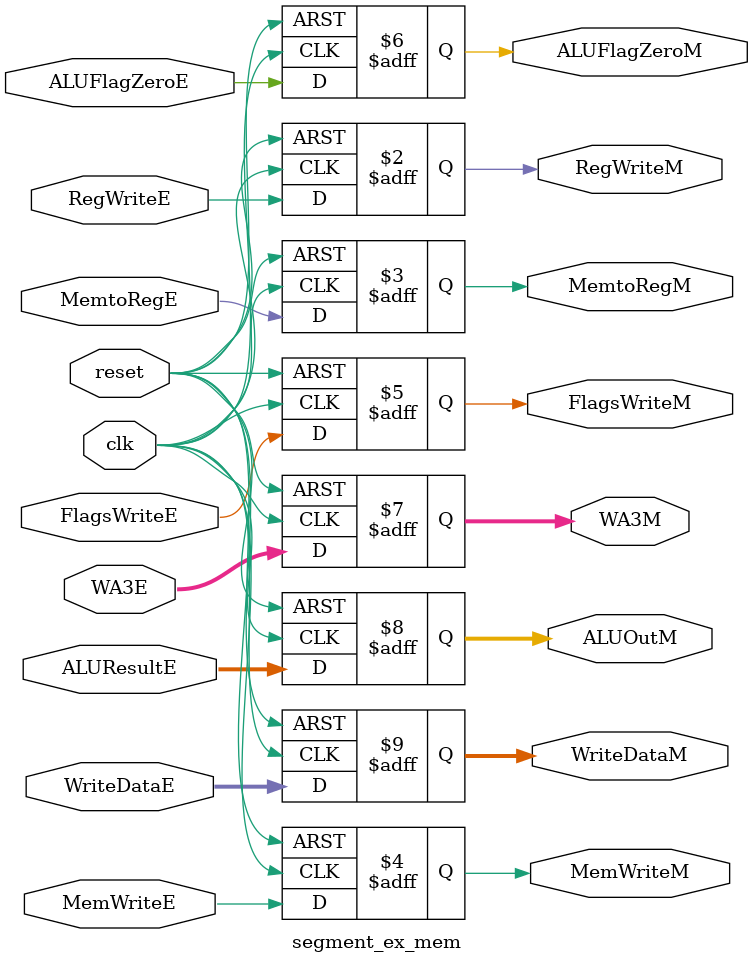
<source format=sv>
module segment_ex_mem 
(
	// Entradas
	input logic clk, reset, RegWriteE, MemtoRegE, MemWriteE, FlagsWriteE, ALUFlagZeroE,
	input logic [3:0] WA3E,
	input logic [31:0] ALUResultE, WriteDataE,
	
	// Salidas
	output logic RegWriteM, MemtoRegM, MemWriteM, FlagsWriteM, ALUFlagZeroM,
	output logic [3:0] WA3M,
	output logic [31:0] ALUOutM, WriteDataM
);
			
	always_ff@(negedge clk, posedge reset)
		if(reset)
			begin
				
				RegWriteM = 0;
				MemtoRegM = 0;
				MemWriteM = 0;
				ALUOutM = 0;
				WriteDataM = 0;
				WA3M = 0;
				FlagsWriteM = 0;
				ALUFlagZeroM = 0;
				
			end
			
		else 
			begin
			
				RegWriteM = RegWriteE;
				MemtoRegM = MemtoRegE;
				MemWriteM = MemWriteE;
				ALUOutM = ALUResultE;
				WriteDataM = WriteDataE;
				WA3M = WA3E;
				FlagsWriteM = FlagsWriteE;
				ALUFlagZeroM = ALUFlagZeroE;
				
			end
		
endmodule
</source>
